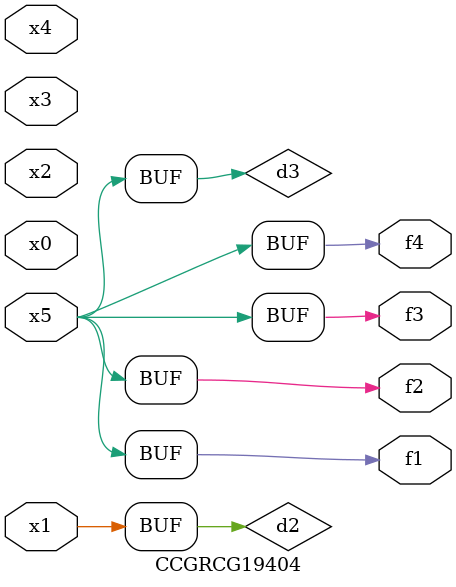
<source format=v>
module CCGRCG19404(
	input x0, x1, x2, x3, x4, x5,
	output f1, f2, f3, f4
);

	wire d1, d2, d3;

	not (d1, x5);
	or (d2, x1);
	xnor (d3, d1);
	assign f1 = d3;
	assign f2 = d3;
	assign f3 = d3;
	assign f4 = d3;
endmodule

</source>
